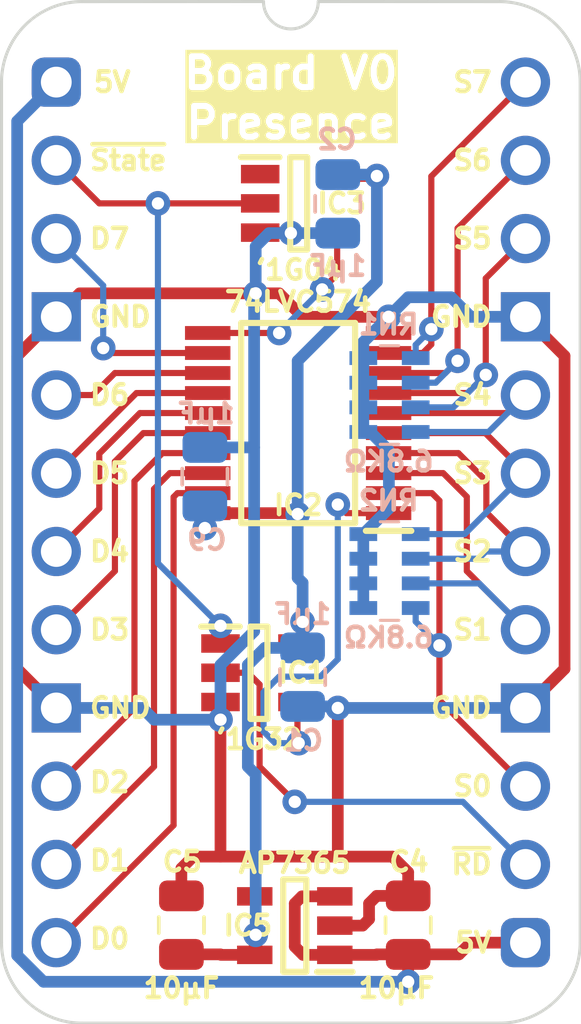
<source format=kicad_pcb>
(kicad_pcb (version 20241229) (generator "pcbnew") (generator_version "9.0")
  (title_block (title "State Reader 8bit") (date "2026-01-29") (rev "V0"))
  (layers (0 "F.Cu" signal) (2 "B.Cu" signal) (13 "F.Paste" user) (15 "B.Paste" user) (5 "F.SilkS" user "F.Silkscreen") (7 "B.SilkS" user "B.Silkscreen") (1 "F.Mask" user) (3 "B.Mask" user) (25 "Edge.Cuts" user))
  (net 0 "")
  (net 1 "GND")
  (net 2 "5V")
  (net 3 "/3.3V")
  (net 4 "D2")
  (net 5 "D3")
  (net 6 "D0")
  (net 7 "D4")
  (net 9 "D5")
  (net 10 "D1")
  (net 11 "D6")
  (net 12 "D7")
  (net 13 "S2")
  (net 14 "S5")
  (net 15 "S3")
  (net 16 "S4")
  (net 17 "S1")
  (net 18 "S7")
  (net 19 "S6")
  (net 20 "S0")
  (net 21 "/~{Read State+RD}")
  (net 22 "~{RD}")
  (net 23 "~{Read State}")
  (net 24 "/Read State")
  (footprint "SamacSys_Parts:C_0805" (layer "F.Cu") (at 4.064 27.387)
    (property "Reference" "C5" (at 0.027 -2.075 180) (layer "F.SilkS") (effects (font (size 0.635 0.635))))
    (property "Value" "10µF" (at 0 2.032 0) (layer "F.SilkS") (effects (font (size 0.635 0.635))))
    (fp_line (start -0.735 0.245252) (end -0.735 -0.277252) (stroke (width 0.12)) (layer "F.SilkS"))
    (fp_line (start 0.735 0.245252) (end 0.735 -0.277252) (stroke (width 0.12)) (layer "F.SilkS"))
    (pad "1" smd roundrect (at 0 0.934 90) (size 1 1.45) (layers "F.Cu" "F.Mask" "F.Paste") (net 3 "/3.3V"))
    (pad "2" smd roundrect (at 0 -0.966 90) (size 1 1.45) (layers "F.Cu" "F.Mask" "F.Paste") (net 1 "GND"))
  )
  (footprint "SamacSys_Parts:SOP65P640X110-20N" (layer "F.Cu") (at 7.857 11.07 180)
    (property "Reference" "IC2" (at 0 -2.667 0) (layer "F.SilkS") (effects (font (size 0.635 0.635))))
    (property "Value" "74LVC574APW,118" (hide yes))
    (fp_line (start 1.85 3.25) (end -1.85 3.25) (stroke (width 0.2)) (layer "F.SilkS"))
    (fp_line (start 1.85 -3.25) (end 1.85 3.25) (stroke (width 0.2)) (layer "F.SilkS"))
    (fp_line (start -1.85 3.25) (end -1.85 -3.25) (stroke (width 0.2)) (layer "F.SilkS"))
    (fp_line (start -1.85 -3.25) (end 1.85 -3.25) (stroke (width 0.2)) (layer "F.SilkS"))
    (fp_line (start -3.675 -3.5) (end -2.2 -3.5) (stroke (width 0.2)) (layer "F.SilkS"))
    (fp_text user "${Silkscreen}" (at 0 3.937 0) (layer "F.SilkS") (effects (font (size 0.635 0.635))))
    (pad "1" smd rect (at -2.938 -2.925 270) (size 0.45 1.475) (layers "F.Cu" "F.Mask" "F.Paste") (net 21 "/~{Read State+RD}"))
    (pad "2" smd rect (at -2.938 -2.275 270) (size 0.45 1.475) (layers "F.Cu" "F.Mask" "F.Paste") (net 20 "S0"))
    (pad "3" smd rect (at -2.938 -1.625 270) (size 0.45 1.475) (layers "F.Cu" "F.Mask" "F.Paste") (net 17 "S1"))
    (pad "4" smd rect (at -2.938 -0.975 270) (size 0.45 1.475) (layers "F.Cu" "F.Mask" "F.Paste") (net 13 "S2"))
    (pad "5" smd rect (at -2.938 -0.325 270) (size 0.45 1.475) (layers "F.Cu" "F.Mask" "F.Paste") (net 15 "S3"))
    (pad "6" smd rect (at -2.938 0.325 270) (size 0.45 1.475) (layers "F.Cu" "F.Mask" "F.Paste") (net 16 "S4"))
    (pad "7" smd rect (at -2.938 0.975 270) (size 0.45 1.475) (layers "F.Cu" "F.Mask" "F.Paste") (net 14 "S5"))
    (pad "8" smd rect (at -2.938 1.625 270) (size 0.45 1.475) (layers "F.Cu" "F.Mask" "F.Paste") (net 19 "S6"))
    (pad "9" smd rect (at -2.938 2.275 270) (size 0.45 1.475) (layers "F.Cu" "F.Mask" "F.Paste") (net 18 "S7"))
    (pad "10" smd rect (at -2.938 2.925 270) (size 0.45 1.475) (layers "F.Cu" "F.Mask" "F.Paste") (net 1 "GND"))
    (pad "11" smd rect (at 2.938 2.925 270) (size 0.45 1.475) (layers "F.Cu" "F.Mask" "F.Paste") (net 24 "/Read State"))
    (pad "12" smd rect (at 2.938 2.275 270) (size 0.45 1.475) (layers "F.Cu" "F.Mask" "F.Paste") (net 12 "D7"))
    (pad "13" smd rect (at 2.938 1.625 270) (size 0.45 1.475) (layers "F.Cu" "F.Mask" "F.Paste") (net 11 "D6"))
    (pad "14" smd rect (at 2.938 0.975 270) (size 0.45 1.475) (layers "F.Cu" "F.Mask" "F.Paste") (net 9 "D5"))
    (pad "15" smd rect (at 2.938 0.325 270) (size 0.45 1.475) (layers "F.Cu" "F.Mask" "F.Paste") (net 7 "D4"))
    (pad "16" smd rect (at 2.938 -0.325 270) (size 0.45 1.475) (layers "F.Cu" "F.Mask" "F.Paste") (net 5 "D3"))
    (pad "17" smd rect (at 2.938 -0.975 270) (size 0.45 1.475) (layers "F.Cu" "F.Mask" "F.Paste") (net 4 "D2"))
    (pad "18" smd rect (at 2.938 -1.625 270) (size 0.45 1.475) (layers "F.Cu" "F.Mask" "F.Paste") (net 10 "D1"))
    (pad "19" smd rect (at 2.938 -2.275 270) (size 0.45 1.475) (layers "F.Cu" "F.Mask" "F.Paste") (net 6 "D0"))
    (pad "20" smd rect (at 2.938 -2.925 270) (size 0.45 1.475) (layers "F.Cu" "F.Mask" "F.Paste") (net 3 "/3.3V"))
  )
  (footprint "SamacSys_Parts:C_0805" (layer "F.Cu") (at 11.43 27.387)
    (property "Reference" "C4" (at 0.027 -2.075 180) (layer "F.SilkS") (effects (font (size 0.635 0.635))))
    (property "Value" "10µF" (at -0.381 2.032 0) (layer "F.SilkS") (effects (font (size 0.635 0.635))))
    (fp_line (start -0.735 0.245252) (end -0.735 -0.277252) (stroke (width 0.12)) (layer "F.SilkS"))
    (fp_line (start 0.735 0.245252) (end 0.735 -0.277252) (stroke (width 0.12)) (layer "F.SilkS"))
    (pad "1" smd roundrect (at 0 0.934 90) (size 1 1.45) (layers "F.Cu" "F.Mask" "F.Paste") (net 2 "5V"))
    (pad "2" smd roundrect (at 0 -0.966 90) (size 1 1.45) (layers "F.Cu" "F.Mask" "F.Paste") (net 1 "GND"))
  )
  (footprint "SamacSys_Parts:DIP-24_Board_W15.24mm" (layer "F.Cu") (at 0 0)
    (property "Reference" "J1" (hide yes))
    (property "Value" "Board 2x12 W15.24mm" (hide yes))
    (fp_line (start -1.778 27.94) (end -1.778 0) (stroke (width 0.1)) (layer "Edge.Cuts"))
    (fp_line (start 6.731 -2.6162) (end 0.835732 -2.613732) (stroke (width 0.1)) (layer "Edge.Cuts"))
    (fp_line (start 14.404267 -2.613733) (end 8.509 -2.6162) (stroke (width 0.1)) (layer "Edge.Cuts"))
    (fp_line (start 14.404268 30.553732) (end 0.835733 30.553733) (stroke (width 0.1)) (layer "Edge.Cuts"))
    (fp_line (start 17.018 27.94) (end 17.017999 -0.000001) (stroke (width 0.1)) (layer "Edge.Cuts"))
    (fp_arc (start -1.778 0) (mid -1.012456 -1.848188) (end 0.835732 -2.613732) (stroke (width 0.1)) (layer "Edge.Cuts"))
    (fp_arc (start 0.835733 30.553733) (mid -1.012456 29.788189) (end -1.778 27.94) (stroke (width 0.1)) (layer "Edge.Cuts"))
    (fp_arc (start 8.509 -2.6162) (mid 7.62 -1.7272) (end 6.731 -2.6162) (stroke (width 0.1)) (layer "Edge.Cuts"))
    (fp_arc (start 14.404267 -2.613733) (mid 16.252455 -1.848189) (end 17.017999 -0.000001) (stroke (width 0.1)) (layer "Edge.Cuts"))
    (fp_arc (start 17.018 27.94) (mid 16.252455 29.788187) (end 14.404268 30.553732) (stroke (width 0.1)) (layer "Edge.Cuts"))
    (pad "1" thru_hole roundrect (at 0 0) (size 1.6 1.6) (drill 1) (layers "*.Cu" "*.Mask") (net 2 "5V"))
    (pad "2" thru_hole oval (at 0 2.54) (size 1.6 1.6) (drill 1) (layers "*.Cu" "*.Mask") (net 23 "~{Read State}"))
    (pad "3" thru_hole oval (at 0 5.08) (size 1.6 1.6) (drill 1) (layers "*.Cu" "*.Mask") (net 12 "D7"))
    (pad "4" thru_hole rect (at 0 7.62) (size 1.6 1.6) (drill 1) (layers "*.Cu" "*.Mask") (net 1 "GND"))
    (pad "5" thru_hole oval (at 0 10.16) (size 1.6 1.6) (drill 1) (layers "*.Cu" "*.Mask") (net 11 "D6"))
    (pad "6" thru_hole oval (at 0 12.7) (size 1.6 1.6) (drill 1) (layers "*.Cu" "*.Mask") (net 9 "D5"))
    (pad "7" thru_hole oval (at 0 15.24) (size 1.6 1.6) (drill 1) (layers "*.Cu" "*.Mask") (net 7 "D4"))
    (pad "8" thru_hole oval (at 0 17.78) (size 1.6 1.6) (drill 1) (layers "*.Cu" "*.Mask") (net 5 "D3"))
    (pad "9" thru_hole rect (at 0 20.32) (size 1.6 1.6) (drill 1) (layers "*.Cu" "*.Mask") (net 1 "GND"))
    (pad "10" thru_hole oval (at 0 22.86) (size 1.6 1.6) (drill 1) (layers "*.Cu" "*.Mask") (net 4 "D2"))
    (pad "11" thru_hole oval (at 0 25.4) (size 1.6 1.6) (drill 1) (layers "*.Cu" "*.Mask") (net 10 "D1"))
    (pad "12" thru_hole oval (at 0 27.94) (size 1.6 1.6) (drill 1) (layers "*.Cu" "*.Mask") (net 6 "D0"))
    (pad "13" thru_hole roundrect (at 15.24 27.94) (size 1.6 1.6) (drill 1) (layers "*.Cu" "*.Mask") (net 2 "5V"))
    (pad "14" thru_hole oval (at 15.24 25.4) (size 1.6 1.6) (drill 1) (layers "*.Cu" "*.Mask") (net 22 "~{RD}"))
    (pad "15" thru_hole oval (at 15.24 22.86) (size 1.6 1.6) (drill 1) (layers "*.Cu" "*.Mask") (net 20 "S0"))
    (pad "16" thru_hole rect (at 15.24 20.32) (size 1.6 1.6) (drill 1) (layers "*.Cu" "*.Mask") (net 1 "GND"))
    (pad "17" thru_hole oval (at 15.24 17.78 180) (size 1.6 1.6) (drill 1) (layers "*.Cu" "*.Mask") (net 17 "S1"))
    (pad "18" thru_hole oval (at 15.24 15.24 180) (size 1.6 1.6) (drill 1) (layers "*.Cu" "*.Mask") (net 13 "S2"))
    (pad "19" thru_hole oval (at 15.24 12.7 180) (size 1.6 1.6) (drill 1) (layers "*.Cu" "*.Mask") (net 15 "S3"))
    (pad "20" thru_hole oval (at 15.24 10.16 180) (size 1.6 1.6) (drill 1) (layers "*.Cu" "*.Mask") (net 16 "S4"))
    (pad "21" thru_hole rect (at 15.24 7.62) (size 1.6 1.6) (drill 1) (layers "*.Cu" "*.Mask") (net 1 "GND"))
    (pad "22" thru_hole oval (at 15.24 5.08) (size 1.6 1.6) (drill 1) (layers "*.Cu" "*.Mask") (net 14 "S5"))
    (pad "23" thru_hole oval (at 15.24 2.54) (size 1.6 1.6) (drill 1) (layers "*.Cu" "*.Mask") (net 19 "S6"))
    (pad "24" thru_hole oval (at 15.24 0) (size 1.6 1.6) (drill 1) (layers "*.Cu" "*.Mask") (net 18 "S7"))
  )
  (footprint "SamacSys_Parts:SOT95P275X110-5N" (layer "F.Cu") (at 6.584 19.177)
    (property "Reference" "IC1" (at 1.397 0 0) (layer "F.SilkS") (effects (font (size 0.635 0.635))))
    (property "Value" "74LVC1G32GV,125" (hide yes))
    (property "Silkscreen" "'1G32" (at 0 2.159 0) (layer "F.SilkS") (effects (font (size 0.635 0.635))))
    (fp_line (start -1.875 -1.5) (end -0.625 -1.5) (stroke (width 0.2)) (layer "F.SilkS"))
    (fp_line (start -0.275 -1.5) (end 0.275 -1.5) (stroke (width 0.2)) (layer "F.SilkS"))
    (fp_line (start -0.275 1.5) (end -0.275 -1.5) (stroke (width 0.2)) (layer "F.SilkS"))
    (fp_line (start 0.275 -1.5) (end 0.275 1.5) (stroke (width 0.2)) (layer "F.SilkS"))
    (fp_line (start 0.275 1.5) (end -0.275 1.5) (stroke (width 0.2)) (layer "F.SilkS"))
    (pad "1" smd rect (at -1.25 -0.95 90) (size 0.6 1.25) (layers "F.Cu" "F.Mask" "F.Paste") (net 23 "~{Read State}"))
    (pad "2" smd rect (at -1.25 0 90) (size 0.6 1.25) (layers "F.Cu" "F.Mask" "F.Paste") (net 22 "~{RD}"))
    (pad "3" smd rect (at -1.25 0.95 90) (size 0.6 1.25) (layers "F.Cu" "F.Mask" "F.Paste") (net 1 "GND"))
    (pad "4" smd rect (at 1.25 0.95 90) (size 0.6 1.25) (layers "F.Cu" "F.Mask" "F.Paste") (net 21 "/~{Read State+RD}"))
    (pad "5" smd rect (at 1.25 -0.95 90) (size 0.6 1.25) (layers "F.Cu" "F.Mask" "F.Paste") (net 3 "/3.3V"))
  )
  (footprint "SamacSys_Parts:SOT95P285X130-5N" (layer "F.Cu") (at 7.747 27.387 180)
    (property "Reference" "IC5" (at 1.524 0 180) (layer "F.SilkS") (effects (font (size 0.635 0.635))))
    (property "Value" "AP7365-33WG-7" (hide yes))
    (fp_line (start 0.375 1.5) (end -0.375 1.5) (stroke (width 0.2)) (layer "F.SilkS"))
    (fp_line (start 0.375 -1.5) (end 0.375 1.5) (stroke (width 0.2)) (layer "F.SilkS"))
    (fp_line (start -0.375 1.5) (end -0.375 -1.5) (stroke (width 0.2)) (layer "F.SilkS"))
    (fp_line (start -0.375 -1.5) (end 0.375 -1.5) (stroke (width 0.2)) (layer "F.SilkS"))
    (fp_line (start -1.875 -1.5) (end -0.725 -1.5) (stroke (width 0.2)) (layer "F.SilkS"))
    (fp_text user "${Silkscreen}" (at 0 2.032 180) (layer "F.SilkS") (effects (font (size 0.635 0.635))))
    (pad "1" smd rect (at -1.3 -0.95 270) (size 0.6 1.15) (layers "F.Cu" "F.Mask" "F.Paste") (net 2 "5V"))
    (pad "2" smd rect (at -1.3 0 270) (size 0.6 1.15) (layers "F.Cu" "F.Mask" "F.Paste") (net 1 "GND"))
    (pad "3" smd rect (at -1.3 0.95 270) (size 0.6 1.15) (layers "F.Cu" "F.Mask" "F.Paste") (net 2 "5V"))
    (pad "4" smd rect (at 1.3 0.95 270) (size 0.6 1.15) (layers "F.Cu" "F.Mask" "F.Paste"))
    (pad "5" smd rect (at 1.3 -0.95 270) (size 0.6 1.15) (layers "F.Cu" "F.Mask" "F.Paste") (net 3 "/3.3V"))
  )
  (footprint "SamacSys_Parts:SOT95P275X110-5N" (layer "F.Cu") (at 7.874 3.937)
    (property "Reference" "IC3" (at 1.397 0 0) (layer "F.SilkS") (effects (font (size 0.635 0.635))))
    (property "Value" "74LVC1G04GV,125" (hide yes))
    (property "Silkscreen" "'1G04" (at 0 2.159 0) (layer "F.SilkS") (effects (font (size 0.635 0.635))))
    (fp_line (start -1.875 -1.5) (end -0.625 -1.5) (stroke (width 0.2)) (layer "F.SilkS"))
    (fp_line (start -0.275 -1.5) (end 0.275 -1.5) (stroke (width 0.2)) (layer "F.SilkS"))
    (fp_line (start -0.275 1.5) (end -0.275 -1.5) (stroke (width 0.2)) (layer "F.SilkS"))
    (fp_line (start 0.275 -1.5) (end 0.275 1.5) (stroke (width 0.2)) (layer "F.SilkS"))
    (fp_line (start 0.275 1.5) (end -0.275 1.5) (stroke (width 0.2)) (layer "F.SilkS"))
    (pad "1" smd rect (at -1.25 -0.95 90) (size 0.6 1.25) (layers "F.Cu" "F.Mask" "F.Paste"))
    (pad "2" smd rect (at -1.25 0 90) (size 0.6 1.25) (layers "F.Cu" "F.Mask" "F.Paste") (net 23 "~{Read State}"))
    (pad "3" smd rect (at -1.25 0.95 90) (size 0.6 1.25) (layers "F.Cu" "F.Mask" "F.Paste") (net 1 "GND"))
    (pad "4" smd rect (at 1.25 0.95 90) (size 0.6 1.25) (layers "F.Cu" "F.Mask" "F.Paste") (net 24 "/Read State"))
    (pad "5" smd rect (at 1.25 -0.95 90) (size 0.6 1.25) (layers "F.Cu" "F.Mask" "F.Paste") (net 3 "/3.3V"))
  )
  (footprint "SamacSys_Parts:CAY16-J4" (layer "B.Cu") (at 10.795 10.16)
    (property "Reference" "RN1" (at 0 -2.286 180) (layer "B.SilkS") (effects (font (size 0.635 0.635)) (justify mirror)))
    (property "Value" "CAY16-682J4LF" (hide yes))
    (fp_line (start -0.271 -1.6) (end 0.329 -1.6) (stroke (width 0.1)) (layer "B.SilkS"))
    (fp_line (start -0.271 1.6) (end 0.329 1.6) (stroke (width 0.1)) (layer "B.SilkS"))
    (fp_text user "${Silkscreen}" (at 0 2.159 180) (layer "B.SilkS") (effects (font (size 0.635 0.635)) (justify mirror)))
    (pad "1" smd rect (at 0.879 -1.2 270) (size 0.45 0.9) (layers "B.Cu" "B.Mask" "B.Paste") (net 18 "S7"))
    (pad "2" smd rect (at 0.879 -0.4 270) (size 0.45 0.9) (layers "B.Cu" "B.Mask" "B.Paste") (net 19 "S6"))
    (pad "3" smd rect (at 0.879 0.4 270) (size 0.45 0.9) (layers "B.Cu" "B.Mask" "B.Paste") (net 14 "S5"))
    (pad "4" smd rect (at 0.879 1.2 270) (size 0.45 0.9) (layers "B.Cu" "B.Mask" "B.Paste") (net 16 "S4"))
    (pad "5" smd rect (at -0.821 1.2 270) (size 0.45 0.9) (layers "B.Cu" "B.Mask" "B.Paste") (net 1 "GND"))
    (pad "6" smd rect (at -0.821 0.4 270) (size 0.45 0.9) (layers "B.Cu" "B.Mask" "B.Paste") (net 1 "GND"))
    (pad "7" smd rect (at -0.821 -0.4 270) (size 0.45 0.9) (layers "B.Cu" "B.Mask" "B.Paste") (net 1 "GND"))
    (pad "8" smd rect (at -0.821 -1.2 270) (size 0.45 0.9) (layers "B.Cu" "B.Mask" "B.Paste") (net 1 "GND"))
  )
  (footprint "SamacSys_Parts:C_0805" (layer "B.Cu") (at 9.144 3.937)
    (property "Reference" "C2" (at -0.027 -2.075 180) (layer "B.SilkS") (effects (font (size 0.635 0.635)) (justify mirror)))
    (property "Value" "1μF" (at 0 2.032 0) (layer "B.SilkS") (effects (font (size 0.635 0.635)) (justify mirror)))
    (fp_line (start -0.735 -0.245252) (end -0.735 0.277252) (stroke (width 0.12)) (layer "B.SilkS"))
    (fp_line (start 0.735 -0.245252) (end 0.735 0.277252) (stroke (width 0.12)) (layer "B.SilkS"))
    (pad "1" smd roundrect (at 0 -0.934 270) (size 1 1.45) (layers "B.Cu" "B.Mask" "B.Paste") (net 3 "/3.3V"))
    (pad "2" smd roundrect (at 0 0.966 270) (size 1 1.45) (layers "B.Cu" "B.Mask" "B.Paste") (net 1 "GND"))
  )
  (footprint "SamacSys_Parts:C_0805" (layer "B.Cu") (at 8.001 19.304)
    (property "Reference" "C1" (at 0.027 2.075 0) (layer "B.SilkS") (effects (font (size 0.635 0.635)) (justify mirror)))
    (property "Value" "1μF" (at 0 -2.032 0) (layer "B.SilkS") (effects (font (size 0.635 0.635)) (justify mirror)))
    (fp_line (start -0.735 -0.245252) (end -0.735 0.277252) (stroke (width 0.12)) (layer "B.SilkS"))
    (fp_line (start 0.735 -0.245252) (end 0.735 0.277252) (stroke (width 0.12)) (layer "B.SilkS"))
    (pad "1" smd roundrect (at 0 -0.934 270) (size 1 1.45) (layers "B.Cu" "B.Mask" "B.Paste") (net 3 "/3.3V"))
    (pad "2" smd roundrect (at 0 0.966 270) (size 1 1.45) (layers "B.Cu" "B.Mask" "B.Paste") (net 1 "GND"))
  )
  (footprint "SamacSys_Parts:CAY16-J4" (layer "B.Cu") (at 10.795 15.875)
    (property "Reference" "RN2" (at 0 -2.286 180) (layer "B.SilkS") (effects (font (size 0.635 0.635)) (justify mirror)))
    (property "Value" "CAY16-682J4LF" (hide yes))
    (fp_line (start -0.271 -1.6) (end 0.329 -1.6) (stroke (width 0.1)) (layer "B.SilkS"))
    (fp_line (start -0.271 1.6) (end 0.329 1.6) (stroke (width 0.1)) (layer "B.SilkS"))
    (fp_text user "${Silkscreen}" (at 0 2.159 180) (layer "B.SilkS") (effects (font (size 0.635 0.635)) (justify mirror)))
    (pad "1" smd rect (at 0.879 -1.2 270) (size 0.45 0.9) (layers "B.Cu" "B.Mask" "B.Paste") (net 15 "S3"))
    (pad "2" smd rect (at 0.879 -0.4 270) (size 0.45 0.9) (layers "B.Cu" "B.Mask" "B.Paste") (net 13 "S2"))
    (pad "3" smd rect (at 0.879 0.4 270) (size 0.45 0.9) (layers "B.Cu" "B.Mask" "B.Paste") (net 17 "S1"))
    (pad "4" smd rect (at 0.879 1.2 270) (size 0.45 0.9) (layers "B.Cu" "B.Mask" "B.Paste") (net 20 "S0"))
    (pad "5" smd rect (at -0.821 1.2 270) (size 0.45 0.9) (layers "B.Cu" "B.Mask" "B.Paste") (net 1 "GND"))
    (pad "6" smd rect (at -0.821 0.4 270) (size 0.45 0.9) (layers "B.Cu" "B.Mask" "B.Paste") (net 1 "GND"))
    (pad "7" smd rect (at -0.821 -0.4 270) (size 0.45 0.9) (layers "B.Cu" "B.Mask" "B.Paste") (net 1 "GND"))
    (pad "8" smd rect (at -0.821 -1.2 270) (size 0.45 0.9) (layers "B.Cu" "B.Mask" "B.Paste") (net 1 "GND"))
  )
  (footprint "SamacSys_Parts:C_0805" (layer "B.Cu") (at 4.826 12.827 180)
    (property "Reference" "C9" (at -0.069 -2.041 0) (layer "B.SilkS") (effects (font (size 0.635 0.635)) (justify mirror)))
    (property "Value" "1μF" (at -0.042 2.066 0) (layer "B.SilkS") (effects (font (size 0.635 0.635)) (justify mirror)))
    (fp_line (start 0.735 -0.245252) (end 0.735 0.277252) (stroke (width 0.12)) (layer "B.SilkS"))
    (fp_line (start -0.735 -0.245252) (end -0.735 0.277252) (stroke (width 0.12)) (layer "B.SilkS"))
    (pad "1" smd roundrect (at 0 -0.934 90) (size 1 1.45) (layers "B.Cu" "B.Mask" "B.Paste") (net 3 "/3.3V"))
    (pad "2" smd roundrect (at 0 0.966 90) (size 1 1.45) (layers "B.Cu" "B.Mask" "B.Paste") (net 1 "GND"))
  )
  (gr_text "S1" (at 14.224 17.78 0) (layer "F.SilkS") (effects (font (size 0.635 0.635) (thickness 0.15) (bold yes)) (justify right)))
  (gr_text "S5" (at 14.224 5.08 0) (layer "F.SilkS") (effects (font (size 0.635 0.635) (thickness 0.15) (bold yes)) (justify right)))
  (gr_text "S3" (at 14.224 12.7 0) (layer "F.SilkS") (effects (font (size 0.635 0.635) (thickness 0.15) (bold yes)) (justify right)))
  (gr_text "GND" (at 1.016 7.62 0) (layer "F.SilkS") (effects (font (size 0.635 0.635) (thickness 0.15) (bold yes)) (justify left)))
  (gr_text "~{RD}" (at 14.224 25.4 0) (layer "F.SilkS") (effects (font (size 0.635 0.635) (thickness 0.15) (bold yes)) (justify right)))
  (gr_text "S7" (at 14.224 0 0) (layer "F.SilkS") (effects (font (size 0.635 0.635) (thickness 0.15) (bold yes)) (justify right)))
  (gr_text "D7" (at 1.016 5.08 0) (layer "F.SilkS") (effects (font (size 0.635 0.635) (thickness 0.15) (bold yes)) (justify left)))
  (gr_text "D4" (at 1.016 15.24 0) (layer "F.SilkS") (effects (font (size 0.635 0.635) (thickness 0.15) (bold yes)) (justify left)))
  (gr_text "D2" (at 1.016 22.733 0) (layer "F.SilkS") (effects (font (size 0.635 0.635) (thickness 0.15) (bold yes)) (justify left)))
  (gr_text "S2" (at 14.224 15.24 0) (layer "F.SilkS") (effects (font (size 0.635 0.635) (thickness 0.15) (bold yes)) (justify right)))
  (gr_text "Board V0\nPresence" (at 7.62 1.905 0) (layer "F.SilkS" knockout) (effects (font (size 1 1) (thickness 0.2) (bold yes)) (justify bottom)))
  (gr_text "S4" (at 14.224 10.16 0) (layer "F.SilkS") (effects (font (size 0.635 0.635) (thickness 0.15) (bold yes)) (justify right)))
  (gr_text "S6" (at 14.224 2.54 0) (layer "F.SilkS") (effects (font (size 0.635 0.635) (thickness 0.15) (bold yes)) (justify right)))
  (gr_text "5V" (at 1.143 0 0) (layer "F.SilkS") (effects (font (size 0.635 0.635) (thickness 0.15) (bold yes)) (justify left)))
  (gr_text "D3" (at 1.016 17.78 0) (layer "F.SilkS") (effects (font (size 0.635 0.635) (thickness 0.15) (bold yes)) (justify left)))
  (gr_text "GND" (at 14.224 7.62 0) (layer "F.SilkS") (effects (font (size 0.635 0.635) (thickness 0.15) (bold yes)) (justify right)))
  (gr_text "~{State}" (at 1.016 2.54 0) (layer "F.SilkS") (effects (font (size 0.635 0.635) (thickness 0.15) (bold yes)) (justify left)))
  (gr_text "D6" (at 1.016 10.16 0) (layer "F.SilkS") (effects (font (size 0.635 0.635) (thickness 0.15) (bold yes)) (justify left)))
  (gr_text "D5" (at 1.016 12.7 0) (layer "F.SilkS") (effects (font (size 0.635 0.635) (thickness 0.15) (bold yes)) (justify left)))
  (gr_text "D1" (at 1.016 25.273 0) (layer "F.SilkS") (effects (font (size 0.635 0.635) (thickness 0.15) (bold yes)) (justify left)))
  (gr_text "D0" (at 1.016 27.813 0) (layer "F.SilkS") (effects (font (size 0.635 0.635) (thickness 0.15) (bold yes)) (justify left)))
  (gr_text "S0" (at 14.224 22.86 0) (layer "F.SilkS") (effects (font (size 0.635 0.635) (thickness 0.15) (bold yes)) (justify right)))
  (gr_text "GND" (at 1.016 20.32 0) (layer "F.SilkS") (effects (font (size 0.635 0.635) (thickness 0.15) (bold yes)) (justify left)))
  (gr_text "GND" (at 14.224 20.32 0) (layer "F.SilkS") (effects (font (size 0.635 0.635) (thickness 0.15) (bold yes)) (justify right)))
  (gr_text "5V" (at 14.224 27.94 0) (layer "F.SilkS") (effects (font (size 0.635 0.635) (thickness 0.15) (bold yes)) (justify right)))
  (segment (start 9.144 25.146) (end 9.144 20.32) (width 0.38) (layer "F.Cu") (net 1))
  (segment (start 0.762 6.858) (end 6.477 6.858) (width 0.38) (layer "F.Cu") (net 1))
  (segment (start 16.51 19.05) (end 15.24 20.32) (width 0.38) (layer "F.Cu") (net 1))
  (segment (start 4.064 26.421) (end 4.064 25.527) (width 0.38) (layer "F.Cu") (net 1))
  (segment (start 0 20.32) (end -1.27 19.05) (width 0.38) (layer "F.Cu") (net 1))
  (segment (start 10.795 7.62) (end 8.001 7.62) (width 0.38) (layer "F.Cu") (net 1))
  (segment (start -1.27 19.05) (end -1.27 8.89) (width 0.38) (layer "F.Cu") (net 1))
  (segment (start -1.27 8.89) (end 0 7.62) (width 0.38) (layer "F.Cu") (net 1))
  (segment (start 9.047 27.387) (end 9.951 27.387) (width 0.38) (layer "F.Cu") (net 1))
  (segment (start 4.064 25.527) (end 4.445 25.146) (width 0.38) (layer "F.Cu") (net 1))
  (segment (start 15.24 7.62) (end 16.51 8.89) (width 0.38) (layer "F.Cu") (net 1))
  (segment (start 9.951 27.387) (end 10.16 27.178) (width 0.38) (layer "F.Cu") (net 1))
  (segment (start 9.144 25.146) (end 10.922 25.146) (width 0.38) (layer "F.Cu") (net 1))
  (segment (start 16.51 8.89) (end 16.51 19.05) (width 0.38) (layer "F.Cu") (net 1))
  (segment (start 11.43 26.421) (end 10.409 26.421) (width 0.38) (layer "F.Cu") (net 1))
  (segment (start 10.16 27.178) (end 10.16 26.67) (width 0.38) (layer "F.Cu") (net 1))
  (segment (start 11.43 25.654) (end 11.43 26.421) (width 0.38) (layer "F.Cu") (net 1))
  (segment (start 10.795 7.62) (end 10.795 8.145) (width 0.38) (layer "F.Cu") (net 1))
  (segment (start 8.001 7.62) (end 7.239 6.858) (width 0.38) (layer "F.Cu") (net 1))
  (segment (start 5.334 25.146) (end 4.445 25.146) (width 0.38) (layer "F.Cu") (net 1))
  (segment (start 5.334 25.146) (end 9.144 25.146) (width 0.38) (layer "F.Cu") (net 1))
  (segment (start 10.922 25.146) (end 11.43 25.654) (width 0.38) (layer "F.Cu") (net 1))
  (segment (start 5.334 20.701) (end 5.334 25.146) (width 0.38) (layer "F.Cu") (net 1))
  (segment (start 0 7.62) (end 0.762 6.858) (width 0.38) (layer "F.Cu") (net 1))
  (segment (start 7.239 6.858) (end 6.477 6.858) (width 0.38) (layer "F.Cu") (net 1))
  (segment (start 10.409 26.421) (end 10.16 26.67) (width 0.38) (layer "F.Cu") (net 1))
  (segment (start 6.624 4.887) (end 7.604 4.887) (width 0.38) (layer "F.Cu") (net 1))
  (segment (start 7.604 4.887) (end 7.62 4.903) (width 0.38) (layer "F.Cu") (net 1))
  (via (at 5.334 20.701) (size 0.8) (drill 0.4) (layers "F.Cu" "B.Cu") (net 1))
  (via (at 6.477 6.858) (size 0.8) (drill 0.4) (layers "F.Cu" "B.Cu") (net 1))
  (via (at 9.144 20.32) (size 0.8) (drill 0.4) (layers "F.Cu" "B.Cu") (net 1))
  (via (at 10.795 7.62) (size 0.8) (drill 0.4) (layers "F.Cu" "B.Cu") (net 1))
  (via (at 7.62 4.903) (size 0.8) (drill 0.4) (layers "F.Cu" "B.Cu") (net 1))
  (segment (start 6.908 4.903) (end 6.477 5.334) (width 0.38) (layer "B.Cu") (net 1))
  (segment (start 9.974 8.96) (end 9.974 9.76) (width 0.38) (layer "B.Cu") (net 1))
  (segment (start 9.094 20.27) (end 9.144 20.32) (width 0.38) (layer "B.Cu") (net 1))
  (segment (start 6.427 6.908) (end 6.477 6.858) (width 0.38) (layer "B.Cu") (net 1))
  (segment (start 7.62 4.903) (end 6.908 4.903) (width 0.38) (layer "B.Cu") (net 1))
  (segment (start 9.974 11.36) (end 9.974 10.56) (width 0.38) (layer "B.Cu") (net 1))
  (segment (start 6.427 11.861) (end 6.427 6.908) (width 0.38) (layer "B.Cu") (net 1))
  (segment (start 8.001 20.27) (end 9.094 20.27) (width 0.38) (layer "B.Cu") (net 1))
  (segment (start 9.974 14.675) (end 10.804 13.845) (width 0.38) (layer "B.Cu") (net 1))
  (segment (start 10.804 11.965) (end 10.199 11.36) (width 0.38) (layer "B.Cu") (net 1))
  (segment (start 5.334 18.923) (end 6.427 17.83) (width 0.38) (layer "B.Cu") (net 1))
  (segment (start 11.43 6.985) (end 10.795 7.62) (width 0.38) (layer "B.Cu") (net 1))
  (segment (start 2.794 20.32) (end 0 20.32) (width 0.38) (layer "B.Cu") (net 1))
  (segment (start 9.974 15.475) (end 9.974 16.275) (width 0.38) (layer "B.Cu") (net 1))
  (segment (start 10.795 7.62) (end 9.974 8.441) (width 0.38) (layer "B.Cu") (net 1))
  (segment (start 9.974 8.441) (end 9.974 8.96) (width 0.38) (layer "B.Cu") (net 1))
  (segment (start 9.974 10.56) (end 9.974 9.76) (width 0.38) (layer "B.Cu") (net 1))
  (segment (start 9.974 14.675) (end 9.974 15.475) (width 0.38) (layer "B.Cu") (net 1))
  (segment (start 10.804 13.845) (end 10.804 11.965) (width 0.38) (layer "B.Cu") (net 1))
  (segment (start 15.24 20.32) (end 9.144 20.32) (width 0.38) (layer "B.Cu") (net 1))
  (segment (start 13.462 7.62) (end 12.827 6.985) (width 0.38) (layer "B.Cu") (net 1))
  (segment (start 5.334 20.701) (end 5.334 18.923) (width 0.38) (layer "B.Cu") (net 1))
  (segment (start 12.827 6.985) (end 11.43 6.985) (width 0.38) (layer "B.Cu") (net 1))
  (segment (start 3.175 20.701) (end 2.794 20.32) (width 0.38) (layer "B.Cu") (net 1))
  (segment (start 5.334 20.701) (end 3.175 20.701) (width 0.38) (layer "B.Cu") (net 1))
  (segment (start 9.974 16.275) (end 9.974 17.075) (width 0.38) (layer "B.Cu") (net 1))
  (segment (start 9.144 4.903) (end 7.62 4.903) (width 0.38) (layer "B.Cu") (net 1))
  (segment (start 15.24 7.62) (end 13.462 7.62) (width 0.38) (layer "B.Cu") (net 1))
  (segment (start 6.477 5.334) (end 6.477 6.858) (width 0.38) (layer "B.Cu") (net 1))
  (segment (start 4.826 11.861) (end 6.427 11.861) (width 0.38) (layer "B.Cu") (net 1))
  (segment (start 6.427 17.83) (end 6.427 11.861) (width 0.38) (layer "B.Cu") (net 1))
  (segment (start 11.43 28.321) (end 13.081 28.321) (width 0.38) (layer "F.Cu") (net 2))
  (segment (start 7.747 28.067) (end 7.747 26.67) (width 0.38) (layer "F.Cu") (net 2))
  (segment (start 10.398 28.337) (end 10.414 28.321) (width 0.38) (layer "F.Cu") (net 2))
  (segment (start 8.017 28.337) (end 7.747 28.067) (width 0.38) (layer "F.Cu") (net 2))
  (segment (start 7.747 26.67) (end 7.98 26.437) (width 0.38) (layer "F.Cu") (net 2))
  (segment (start 13.462 27.94) (end 15.24 27.94) (width 0.38) (layer "F.Cu") (net 2))
  (segment (start 10.414 28.321) (end 11.43 28.321) (width 0.38) (layer "F.Cu") (net 2))
  (segment (start 13.081 28.321) (end 13.462 27.94) (width 0.38) (layer "F.Cu") (net 2))
  (segment (start 11.43 28.321) (end 11.43 29.21) (width 0.38) (layer "F.Cu") (net 2))
  (segment (start 9.047 28.337) (end 8.017 28.337) (width 0.38) (layer "F.Cu") (net 2))
  (segment (start 9.047 28.337) (end 10.398 28.337) (width 0.38) (layer "F.Cu") (net 2))
  (segment (start 7.98 26.437) (end 9.047 26.437) (width 0.38) (layer "F.Cu") (net 2))
  (via (at 11.43 29.21) (size 0.8) (drill 0.4) (layers "F.Cu" "B.Cu") (net 2))
  (segment (start -0.414329 29.21) (end -1.27 28.354329) (width 0.38) (layer "B.Cu") (net 2))
  (segment (start -1.27 1.27) (end 0 0) (width 0.38) (layer "B.Cu") (net 2))
  (segment (start 11.43 29.21) (end -0.414329 29.21) (width 0.38) (layer "B.Cu") (net 2))
  (segment (start -1.27 28.354329) (end -1.27 1.27) (width 0.38) (layer "B.Cu") (net 2))
  (segment (start 4.919 13.995) (end 7.812843 13.995) (width 0.38) (layer "F.Cu") (net 3))
  (segment (start 6.447 27.716) (end 6.477 27.686) (width 0.38) (layer "F.Cu") (net 3))
  (segment (start 4.064 28.321) (end 5.334 28.321) (width 0.38) (layer "F.Cu") (net 3))
  (segment (start 8.001 17.526) (end 8.001 18.06) (width 0.38) (layer "F.Cu") (net 3))
  (segment (start 7.812843 13.995) (end 7.841362 14.023519) (width 0.38) (layer "F.Cu") (net 3))
  (segment (start 8.001 18.06) (end 7.834 18.227) (width 0.38) (layer "F.Cu") (net 3))
  (segment (start 5.35 28.337) (end 5.334 28.321) (width 0.38) (layer "F.Cu") (net 3))
  (segment (start 4.826 14.088) (end 4.919 13.995) (width 0.38) (layer "F.Cu") (net 3))
  (segment (start 6.447 28.337) (end 6.447 27.716) (width 0.38) (layer "F.Cu") (net 3))
  (segment (start 6.447 28.337) (end 5.35 28.337) (width 0.38) (layer "F.Cu") (net 3))
  (segment (start 10.414 3.048) (end 9.185 3.048) (width 0.38) (layer "F.Cu") (net 3))
  (segment (start 4.826 14.478) (end 4.826 14.088) (width 0.38) (layer "F.Cu") (net 3))
  (via (at 7.841362 14.023519) (size 0.8) (drill 0.4) (layers "F.Cu" "B.Cu") (net 3))
  (via (at 6.477 27.686) (size 0.8) (drill 0.4) (layers "F.Cu" "B.Cu") (net 3))
  (via (at 4.826 14.478) (size 0.8) (drill 0.4) (layers "F.Cu" "B.Cu") (net 3))
  (via (at 8.001 17.526) (size 0.8) (drill 0.4) (layers "F.Cu" "B.Cu") (net 3))
  (via (at 10.414 3.048) (size 0.8) (drill 0.4) (layers "F.Cu" "B.Cu") (net 3))
  (segment (start 7.841362 9.049638) (end 10.414 6.477) (width 0.38) (layer "B.Cu") (net 3))
  (segment (start 10.414 6.477) (end 10.414 3.048) (width 0.38) (layer "B.Cu") (net 3))
  (segment (start 10.369 3.003) (end 10.414 3.048) (width 0.38) (layer "B.Cu") (net 3))
  (segment (start 9.144 3.003) (end 10.369 3.003) (width 0.38) (layer "B.Cu") (net 3))
  (segment (start 7.841362 16.096362) (end 8.001 16.256) (width 0.38) (layer "B.Cu") (net 3))
  (segment (start 7.841362 14.023519) (end 7.841362 9.049638) (width 0.38) (layer "B.Cu") (net 3))
  (segment (start 6.477 27.686) (end 6.477 22.479) (width 0.38) (layer "B.Cu") (net 3))
  (segment (start 4.826 13.761) (end 4.826 14.478) (width 0.38) (layer "B.Cu") (net 3))
  (segment (start 6.223 22.225) (end 6.223 18.923) (width 0.38) (layer "B.Cu") (net 3))
  (segment (start 8.001 16.256) (end 8.001 17.526) (width 0.38) (layer "B.Cu") (net 3))
  (segment (start 6.776 18.37) (end 8.001 18.37) (width 0.38) (layer "B.Cu") (net 3))
  (segment (start 8.001 18.37) (end 8.001 17.526) (width 0.38) (layer "B.Cu") (net 3))
  (segment (start 7.841362 14.023519) (end 7.841362 16.096362) (width 0.38) (layer "B.Cu") (net 3))
  (segment (start 6.223 18.923) (end 6.776 18.37) (width 0.38) (layer "B.Cu") (net 3))
  (segment (start 6.477 22.479) (end 6.223 22.225) (width 0.38) (layer "B.Cu") (net 3))
  (segment (start 4.919 12.045) (end 3.449 12.045) (width 0.2) (layer "F.Cu") (net 4))
  (segment (start 2.54 12.954) (end 2.54 20.32) (width 0.2) (layer "F.Cu") (net 4))
  (segment (start 2.54 20.32) (end 0 22.86) (width 0.2) (layer "F.Cu") (net 4))
  (segment (start 3.449 12.045) (end 2.54 12.954) (width 0.2) (layer "F.Cu") (net 4))
  (segment (start 1.905 15.875) (end 0 17.78) (width 0.2) (layer "F.Cu") (net 5))
  (segment (start 4.919 11.395) (end 2.829 11.395) (width 0.2) (layer "F.Cu") (net 5))
  (segment (start 2.829 11.395) (end 1.905 12.319) (width 0.2) (layer "F.Cu") (net 5))
  (segment (start 1.905 12.319) (end 1.905 15.875) (width 0.2) (layer "F.Cu") (net 5))
  (segment (start 3.81 24.13) (end 3.81 13.472) (width 0.2) (layer "F.Cu") (net 6))
  (segment (start 0 27.94) (end 3.81 24.13) (width 0.2) (layer "F.Cu") (net 6))
  (segment (start 3.937 13.345) (end 4.919 13.345) (width 0.2) (layer "F.Cu") (net 6))
  (segment (start 3.81 13.472) (end 3.937 13.345) (width 0.2) (layer "F.Cu") (net 6))
  (segment (start 1.397 12.065) (end 1.397 13.843) (width 0.2) (layer "F.Cu") (net 7))
  (segment (start 2.717 10.745) (end 1.397 12.065) (width 0.2) (layer "F.Cu") (net 7))
  (segment (start 1.397 13.843) (end 0 15.24) (width 0.2) (layer "F.Cu") (net 7))
  (segment (start 4.919 10.745) (end 2.717 10.745) (width 0.2) (layer "F.Cu") (net 7))
  (segment (start 2.605 10.095) (end 4.919 10.095) (width 0.2) (layer "F.Cu") (net 9))
  (segment (start 0 12.7) (end 2.605 10.095) (width 0.2) (layer "F.Cu") (net 9))
  (segment (start 3.175 13.208) (end 3.175 22.225) (width 0.2) (layer "F.Cu") (net 10))
  (segment (start 3.688 12.695) (end 3.175 13.208) (width 0.2) (layer "F.Cu") (net 10))
  (segment (start 4.919 12.695) (end 3.688 12.695) (width 0.2) (layer "F.Cu") (net 10))
  (segment (start 3.175 22.225) (end 0 25.4) (width 0.2) (layer "F.Cu") (net 10))
  (segment (start 0 10.16) (end 1.19 10.16) (width 0.2) (layer "F.Cu") (net 11))
  (segment (start 1.905 9.445) (end 4.919 9.445) (width 0.2) (layer "F.Cu") (net 11))
  (segment (start 1.19 10.16) (end 1.905 9.445) (width 0.2) (layer "F.Cu") (net 11))
  (segment (start 1.683 8.795) (end 1.524 8.636) (width 0.2) (layer "F.Cu") (net 12))
  (segment (start 4.919 8.795) (end 1.683 8.795) (width 0.2) (layer "F.Cu") (net 12))
  (via (at 1.524 8.636) (size 0.8) (drill 0.4) (layers "F.Cu" "B.Cu") (net 12))
  (segment (start 1.524 6.604) (end 1.524 8.636) (width 0.2) (layer "B.Cu") (net 12))
  (segment (start 0 5.08) (end 1.524 6.604) (width 0.2) (layer "B.Cu") (net 12))
  (segment (start 13.061 12.045) (end 13.97 12.954) (width 0.2) (layer "F.Cu") (net 13))
  (segment (start 13.97 13.97) (end 15.24 15.24) (width 0.2) (layer "F.Cu") (net 13))
  (segment (start 13.97 12.954) (end 13.97 13.97) (width 0.2) (layer "F.Cu") (net 13))
  (segment (start 10.795 12.045) (end 13.061 12.045) (width 0.2) (layer "F.Cu") (net 13))
  (segment (start 13.951 15.24) (end 13.716 15.475) (width 0.2) (layer "B.Cu") (net 13))
  (segment (start 11.674 15.475) (end 13.716 15.475) (width 0.2) (layer "B.Cu") (net 13))
  (segment (start 15.24 15.24) (end 13.951 15.24) (width 0.2) (layer "B.Cu") (net 13))
  (segment (start 13.360928 10.095) (end 13.950464 9.505464) (width 0.2) (layer "F.Cu") (net 14))
  (segment (start 10.795 10.095) (end 13.360928 10.095) (width 0.2) (layer "F.Cu") (net 14))
  (segment (start 13.950464 6.369536) (end 13.950464 9.505464) (width 0.2) (layer "F.Cu") (net 14))
  (segment (start 15.24 5.08) (end 13.950464 6.369536) (width 0.2) (layer "F.Cu") (net 14))
  (via (at 13.950464 9.505464) (size 0.8) (drill 0.4) (layers "F.Cu" "B.Cu") (net 14))
  (segment (start 12.895928 10.56) (end 13.950464 9.505464) (width 0.2) (layer "B.Cu") (net 14))
  (segment (start 11.674 10.56) (end 12.895928 10.56) (width 0.2) (layer "B.Cu") (net 14))
  (segment (start 13.935 11.395) (end 10.795 11.395) (width 0.2) (layer "F.Cu") (net 15))
  (segment (start 15.24 12.7) (end 13.935 11.395) (width 0.2) (layer "F.Cu") (net 15))
  (segment (start 11.674 14.675) (end 13.265 14.675) (width 0.2) (layer "B.Cu") (net 15))
  (segment (start 13.265 14.675) (end 15.24 12.7) (width 0.2) (layer "B.Cu") (net 15))
  (segment (start 15.24 10.16) (end 14.655 10.745) (width 0.2) (layer "F.Cu") (net 16))
  (segment (start 14.655 10.745) (end 10.795 10.745) (width 0.2) (layer "F.Cu") (net 16))
  (segment (start 14.04 11.36) (end 15.24 10.16) (width 0.2) (layer "B.Cu") (net 16))
  (segment (start 11.674 11.36) (end 14.04 11.36) (width 0.2) (layer "B.Cu") (net 16))
  (segment (start 10.795 12.695) (end 12.568 12.695) (width 0.2) (layer "F.Cu") (net 17))
  (segment (start 13.335 15.875) (end 15.24 17.78) (width 0.2) (layer "F.Cu") (net 17))
  (segment (start 12.568 12.695) (end 13.335 13.462) (width 0.2) (layer "F.Cu") (net 17))
  (segment (start 13.335 13.462) (end 13.335 15.875) (width 0.2) (layer "F.Cu") (net 17))
  (segment (start 13.735 16.275) (end 15.24 17.78) (width 0.2) (layer "B.Cu") (net 17))
  (segment (start 11.674 16.275) (end 13.735 16.275) (width 0.2) (layer "B.Cu") (net 17))
  (segment (start 15.24 0) (end 12.182502 3.057498) (width 0.2) (layer "F.Cu") (net 18))
  (segment (start 10.795 8.795) (end 11.906 8.795) (width 0.2) (layer "F.Cu") (net 18))
  (segment (start 12.182502 8.518498) (end 12.182502 8.021289) (width 0.2) (layer "F.Cu") (net 18))
  (segment (start 12.182502 3.057498) (end 12.182502 8.021289) (width 0.2) (layer "F.Cu") (net 18))
  (segment (start 11.906 8.795) (end 12.182502 8.518498) (width 0.2) (layer "F.Cu") (net 18))
  (via (at 12.182502 8.021289) (size 0.8) (drill 0.4) (layers "F.Cu" "B.Cu") (net 18))
  (segment (start 12.182502 8.021289) (end 11.674 8.529791) (width 0.2) (layer "B.Cu") (net 18))
  (segment (start 11.674 8.529791) (end 11.674 8.96) (width 0.2) (layer "B.Cu") (net 18))
  (segment (start 12.639 9.445) (end 13.035108 9.048892) (width 0.2) (layer "F.Cu") (net 19))
  (segment (start 15.24 2.54) (end 13.035108 4.744892) (width 0.2) (layer "F.Cu") (net 19))
  (segment (start 13.035108 4.744892) (end 13.035108 9.048892) (width 0.2) (layer "F.Cu") (net 19))
  (segment (start 10.795 9.445) (end 12.639 9.445) (width 0.2) (layer "F.Cu") (net 19))
  (via (at 13.035108 9.048892) (size 0.8) (drill 0.4) (layers "F.Cu" "B.Cu") (net 19))
  (segment (start 11.674 9.76) (end 12.324 9.76) (width 0.2) (layer "B.Cu") (net 19))
  (segment (start 12.324 9.76) (end 13.035108 9.048892) (width 0.2) (layer "B.Cu") (net 19))
  (segment (start 12.446 13.589) (end 12.446 18.288) (width 0.2) (layer "F.Cu") (net 20))
  (segment (start 10.795 13.345) (end 12.202 13.345) (width 0.2) (layer "F.Cu") (net 20))
  (segment (start 12.446 20.066) (end 15.24 22.86) (width 0.2) (layer "F.Cu") (net 20))
  (segment (start 12.202 13.345) (end 12.446 13.589) (width 0.2) (layer "F.Cu") (net 20))
  (segment (start 12.446 18.288) (end 12.446 20.066) (width 0.2) (layer "F.Cu") (net 20))
  (via (at 12.446 18.288) (size 0.8) (drill 0.4) (layers "F.Cu" "B.Cu") (net 20))
  (segment (start 11.674 17.075) (end 11.674 17.516) (width 0.2) (layer "B.Cu") (net 20))
  (segment (start 11.674 17.516) (end 12.446 18.288) (width 0.2) (layer "B.Cu") (net 20))
  (segment (start 7.834 21.423) (end 7.874 21.463) (width 0.2) (layer "F.Cu") (net 21))
  (segment (start 7.834 20.127) (end 7.834 21.423) (width 0.2) (layer "F.Cu") (net 21))
  (segment (start 10.795 13.995) (end 9.423 13.995) (width 0.2) (layer "F.Cu") (net 21))
  (segment (start 9.423 13.995) (end 9.144 13.716) (width 0.2) (layer "F.Cu") (net 21))
  (via (at 7.874 21.463) (size 0.8) (drill 0.4) (layers "F.Cu" "B.Cu") (net 21))
  (via (at 9.144 13.716) (size 0.8) (drill 0.4) (layers "F.Cu" "B.Cu") (net 21))
  (segment (start 8.57816 19.304) (end 9.144 18.73816) (width 0.2) (layer "B.Cu") (net 21))
  (segment (start 6.731 21.082) (end 6.731 19.812) (width 0.2) (layer "B.Cu") (net 21))
  (segment (start 7.874 21.463) (end 7.112 21.463) (width 0.2) (layer "B.Cu") (net 21))
  (segment (start 6.731 19.812) (end 7.239 19.304) (width 0.2) (layer "B.Cu") (net 21))
  (segment (start 9.144 18.73816) (end 9.144 13.716) (width 0.2) (layer "B.Cu") (net 21))
  (segment (start 7.112 21.463) (end 6.731 21.082) (width 0.2) (layer "B.Cu") (net 21))
  (segment (start 7.239 19.304) (end 8.57816 19.304) (width 0.2) (layer "B.Cu") (net 21))
  (segment (start 6.223 19.177) (end 5.334 19.177) (width 0.2) (layer "F.Cu") (net 22))
  (segment (start 6.604 19.558) (end 6.223 19.177) (width 0.2) (layer "F.Cu") (net 22))
  (segment (start 7.747 23.368) (end 6.604 22.225) (width 0.2) (layer "F.Cu") (net 22))
  (segment (start 6.604 22.225) (end 6.604 19.558) (width 0.2) (layer "F.Cu") (net 22))
  (via (at 7.747 23.368) (size 0.8) (drill 0.4) (layers "F.Cu" "B.Cu") (net 22))
  (segment (start 15.24 25.4) (end 13.208 23.368) (width 0.2) (layer "B.Cu") (net 22))
  (segment (start 7.747 23.368) (end 13.208 23.368) (width 0.2) (layer "B.Cu") (net 22))
  (segment (start 5.334 17.653) (end 5.334 18.227) (width 0.2) (layer "F.Cu") (net 23))
  (segment (start 6.624 3.937) (end 3.302002 3.937) (width 0.2) (layer "F.Cu") (net 23))
  (segment (start 0 2.54) (end 1.396998 3.936998) (width 0.2) (layer "F.Cu") (net 23))
  (segment (start 1.396998 3.936998) (end 3.302 3.936998) (width 0.2) (layer "F.Cu") (net 23))
  (segment (start 3.302002 3.937) (end 3.302 3.936998) (width 0.2) (layer "F.Cu") (net 23))
  (via (at 5.334 17.653) (size 0.8) (drill 0.4) (layers "F.Cu" "B.Cu") (net 23))
  (via (at 3.302 3.936998) (size 0.8) (drill 0.4) (layers "F.Cu" "B.Cu") (net 23))
  (segment (start 3.302 3.936998) (end 3.302 15.621) (width 0.2) (layer "B.Cu") (net 23))
  (segment (start 3.302 15.621) (end 5.334 17.653) (width 0.2) (layer "B.Cu") (net 23))
  (segment (start 9.124 4.887) (end 9.124 6.243) (width 0.2) (layer "F.Cu") (net 24))
  (segment (start 9.124 6.243) (end 8.636 6.731) (width 0.2) (layer "F.Cu") (net 24))
  (segment (start 4.919 8.145) (end 7.239 8.145) (width 0.2) (layer "F.Cu") (net 24))
  (via (at 7.239 8.145) (size 0.8) (drill 0.4) (layers "F.Cu" "B.Cu") (net 24))
  (via (at 8.636 6.731) (size 0.8) (drill 0.4) (layers "F.Cu" "B.Cu") (net 24))
  (segment (start 7.239 8.145) (end 7.239 8.128) (width 0.2) (layer "B.Cu") (net 24))
  (segment (start 7.239 8.128) (end 8.636 6.731) (width 0.2) (layer "B.Cu") (net 24))
)
</source>
